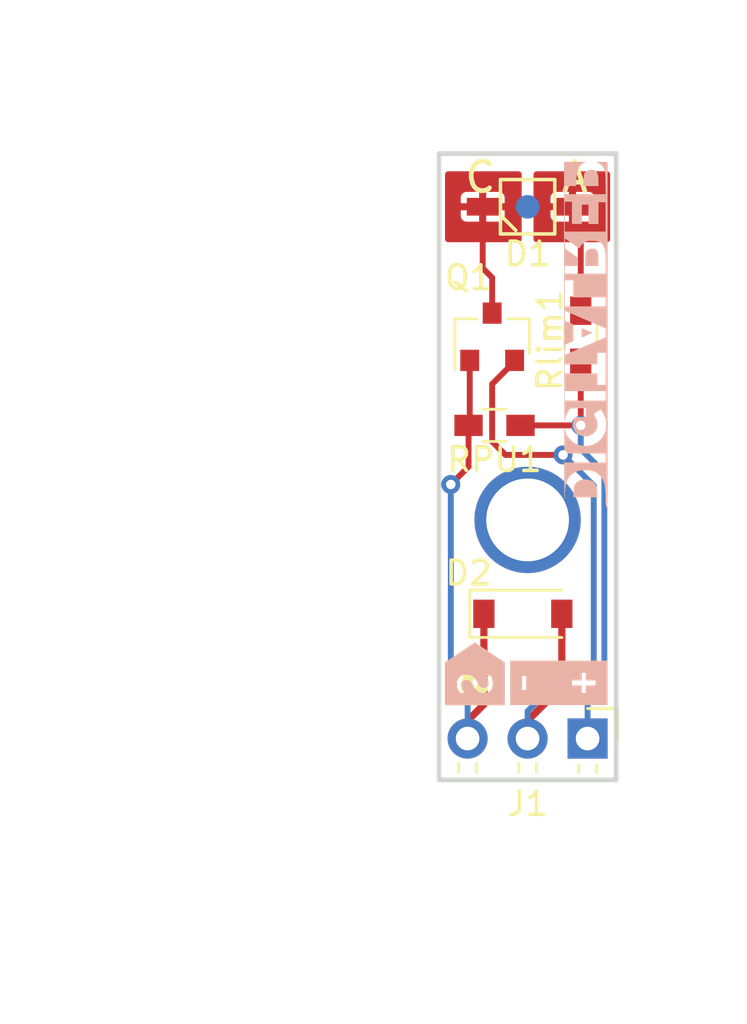
<source format=kicad_pcb>
(kicad_pcb (version 20221018) (generator pcbnew)
  (layers (0 "F.Cu" signal) (31 "B.Cu" signal) (34 "B.Paste" user) (35 "F.Paste" user) (36 "B.SilkS" user "B.Silkscreen") (37 "F.SilkS" user "F.Silkscreen") (38 "B.Mask" user) (39 "F.Mask" user) (44 "Edge.Cuts" user))
  (net 0 "")
  (net 1 "Net-(D1-Pad1)")
  (net 2 "Net-(D1-Pad2)")
  (net 3 "/SND")
  (net 4 "/GND")
  (net 5 "/VCC")
  (footprint "Resistors_SMD:R_0603_HandSoldering" (layer "F.Cu") (at 148.5 97.75 90)
    (fp_text reference "Rlim1" (at -0.15 -1.307 270) (layer "F.SilkS"))
    (fp_text value "91R")
    (fp_line (start -0.5 -0.68) (end 0.5 -0.68) (stroke (width 0.12)) (layer "F.SilkS"))
    (fp_line (start 0.5 0.68) (end -0.5 0.68) (stroke (width 0.12)) (layer "F.SilkS"))
    (pad "1" smd rect (at -1.1 0 90) (size 1.2 0.9) (layers "F.Cu" "F.Paste" "F.Mask") (net 5 "/VCC"))
    (pad "2" smd rect (at 1.1 0 90) (size 1.2 0.9) (layers "F.Cu" "F.Paste" "F.Mask") (net 2 "Net-(D1-Pad2)"))
  )
  (footprint "Vishay:VSMG28011G" (layer "F.Cu") (at 146.25 92.25)
    (fp_text reference "D1" (at 0 2) (layer "F.SilkS"))
    (fp_text value "VSMB2020X01" hide)
    (fp_line (start -1.15 -1.15) (end -1.15 1.15) (stroke (width 0.15)) (layer "F.SilkS"))
    (fp_line (start -1.15 1.15) (end 1.15 1.15) (stroke (width 0.15)) (layer "F.SilkS"))
    (fp_line (start -1 0.5) (end -0.5 1) (stroke (width 0.15)) (layer "F.SilkS"))
    (fp_line (start 1.15 -1.15) (end -1.15 -1.15) (stroke (width 0.15)) (layer "F.SilkS"))
    (fp_line (start 1.15 1.15) (end 1.15 -1.15) (stroke (width 0.15)) (layer "F.SilkS"))
    (pad "1" smd rect (at -1.9 0) (size 1.35 0.75) (layers "F.Cu" "F.Paste" "F.Mask") (net 1 "Net-(D1-Pad1)"))
    (pad "2" smd rect (at 1.9 0) (size 1.35 0.75) (layers "F.Cu" "F.Paste" "F.Mask") (net 2 "Net-(D1-Pad2)"))
  )
  (footprint "Pin_Headers:Pin_Header_Angled_1x03_Pitch2.54mm" (layer "F.Cu") (at 148.79 114.751 -90)
    (fp_text reference "J1" (at 2.75 2.54) (layer "F.SilkS"))
    (fp_text value "Conn_01x03_Female")
    (fp_line (start -1.27 -1.27) (end 0 -1.27) (stroke (width 0.12)) (layer "F.SilkS"))
    (fp_line (start -1.27 0) (end -1.27 -1.27) (stroke (width 0.12)) (layer "F.SilkS"))
    (fp_line (start 1.042929 2.16) (end 1.44 2.16) (stroke (width 0.12)) (layer "F.SilkS"))
    (fp_line (start 1.042929 2.92) (end 1.44 2.92) (stroke (width 0.12)) (layer "F.SilkS"))
    (fp_line (start 1.042929 4.7) (end 1.44 4.7) (stroke (width 0.12)) (layer "F.SilkS"))
    (fp_line (start 1.042929 5.46) (end 1.44 5.46) (stroke (width 0.12)) (layer "F.SilkS"))
    (fp_line (start 1.11 -0.38) (end 1.44 -0.38) (stroke (width 0.12)) (layer "F.SilkS"))
    (fp_line (start 1.11 0.38) (end 1.44 0.38) (stroke (width 0.12)) (layer "F.SilkS"))
    (pad "1" thru_hole rect (at 0 0 270) (size 1.7 1.7) (drill 1) (layers "*.Cu" "*.Mask") (net 5 "/VCC"))
    (pad "2" thru_hole oval (at 0 2.54 270) (size 1.7 1.7) (drill 1) (layers "*.Cu" "*.Mask") (net 4 "/GND"))
    (pad "3" thru_hole oval (at 0 5.08 270) (size 1.7 1.7) (drill 1) (layers "*.Cu" "*.Mask") (net 3 "/SND"))
  )
  (footprint "Resistors_SMD:R_0603_HandSoldering" (layer "F.Cu") (at 144.85 101.5 180)
    (fp_text reference "RPU1" (at 0 -1.45 180) (layer "F.SilkS"))
    (fp_text value "10K")
    (fp_line (start -0.5 -0.68) (end 0.5 -0.68) (stroke (width 0.12)) (layer "F.SilkS"))
    (fp_line (start 0.5 0.68) (end -0.5 0.68) (stroke (width 0.12)) (layer "F.SilkS"))
    (pad "1" smd rect (at -1.1 0 180) (size 1.2 0.9) (layers "F.Cu" "F.Paste" "F.Mask") (net 5 "/VCC"))
    (pad "2" smd rect (at 1.1 0 180) (size 1.2 0.9) (layers "F.Cu" "F.Paste" "F.Mask") (net 3 "/SND"))
  )
  (footprint "TO_SOT_Packages_SMD:SOT-23" (layer "F.Cu") (at 144.75 97.75 90)
    (fp_text reference "Q1" (at 2.5 -1 180) (layer "F.SilkS"))
    (fp_text value "SQ2318")
    (fp_line (start 0.76 -1.58) (end -1.4 -1.58) (stroke (width 0.12)) (layer "F.SilkS"))
    (fp_line (start 0.76 -1.58) (end 0.76 -0.65) (stroke (width 0.12)) (layer "F.SilkS"))
    (fp_line (start 0.76 1.58) (end -0.7 1.58) (stroke (width 0.12)) (layer "F.SilkS"))
    (fp_line (start 0.76 1.58) (end 0.76 0.65) (stroke (width 0.12)) (layer "F.SilkS"))
    (pad "1" smd rect (at -1 -0.95 90) (size 0.9 0.8) (layers "F.Cu" "F.Paste" "F.Mask") (net 3 "/SND"))
    (pad "2" smd rect (at -1 0.95 90) (size 0.9 0.8) (layers "F.Cu" "F.Paste" "F.Mask") (net 4 "/GND"))
    (pad "3" smd rect (at 1 0 90) (size 0.9 0.8) (layers "F.Cu" "F.Paste" "F.Mask") (net 1 "Net-(D1-Pad1)"))
  )
  (footprint "kibuzzard-6377ADF0" (layer "F.Cu") (at 147.574 112.395 90)
    (fp_text reference "kibuzzard-6377ADF0" hide)
    (fp_text value "G***" hide)
    (fp_poly (pts (xy -0.427061 -2.062767) (xy -0.29497 -1.382799) (xy -0.29497 -1.550137) (xy 0.309867 -1.550137) (xy 0.309867 -1.382799) (xy -0.29497 -1.382799) (xy -0.427061 -2.062767) (xy -0.939691 -2.062767) (xy 0.107262 0.556972) (xy 0.107262 0.968142) (xy 0.427061 0.968142) (xy 0.427061 1.133008) (xy 0.107262 1.133008) (xy 0.107262 1.550137) (xy -0.105275 1.550137) (xy -0.105275 1.133008) (xy -0.427061 1.133008) (xy -0.427061 0.968142) (xy -0.105275 0.968142) (xy -0.105275 0.556972) (xy 0.107262 0.556972) (xy -0.939691 -2.062767) (xy -0.939691 2.062767) (xy -0.427061 2.062767) (xy 0.427061 2.062767) (xy 0.939691 2.062767) (xy 0.939691 -2.062767) (xy 0.427061 -2.062767) (xy -0.427061 -2.062767)) (fill solid) (layer "F.SilkS"))
  )
  (footprint "kibuzzard-6377ADC5" (layer "F.Cu") (at 144.018 112.014 90)
    (fp_text reference "kibuzzard-6377ADC5" hide)
    (fp_text value "G***" hide)
    (fp_poly (pts (xy -0.816037 -1.268677) (xy -0.408779 -0.756047) (xy -0.291396 -0.749326) (xy -0.178493 -0.729165) (xy -0.07007 -0.695563) (xy -0.07007 -0.493951) (xy -0.225816 -0.558971) (xy -0.38257 -0.580644) (xy -0.470775 -0.567539) (xy -0.537811 -0.528225) (xy -0.58015 -0.465725) (xy -0.594263 -0.383064) (xy -0.576342 -0.280689) (xy -0.522579 -0.199372) (xy -0.432973 -0.139113) (xy -0.295652 -0.069892) (xy -0.190142 0.000672) (xy -0.116441 0.072581) (xy -0.051421 0.197076) (xy -0.029748 0.352822) (xy -0.047087 0.497983) (xy -0.099103 0.610886) (xy -0.185796 0.691531) (xy -0.307167 0.739918) (xy -0.463215 0.756047) (xy -0.588215 0.745294) (xy -0.702462 0.713036) (xy -0.805956 0.659273) (xy -0.805956 0.449596) (xy -0.69955 0.5224) (xy -0.587319 0.566083) (xy -0.469263 0.580644) (xy -0.379546 0.566783) (xy -0.312005 0.525201) (xy -0.269667 0.456904) (xy -0.255554 0.362903) (xy -0.266391 0.273185) (xy -0.298901 0.201613) (xy -0.356612 0.142641) (xy -0.443054 0.090726) (xy -0.566597 0.02621) (xy -0.663035 -0.040995) (xy -0.732368 -0.110887) (xy -0.795119 -0.229838) (xy -0.816037 -0.372983) (xy -0.789575 -0.534273) (xy -0.71019 -0.655241) (xy -0.629657 -0.711244) (xy -0.529187 -0.744846) (xy -0.408779 -0.756047) (xy -0.816037 -1.268677) (xy -1.328667 -1.268677) (xy -1.328667 1.268677) (xy -0.816037 1.268677) (xy -0.029748 1.268677) (xy 0.482882 1.268677) (xy 1.328667 0) (xy 0.482882 -1.268677) (xy -0.029748 -1.268677) (xy -0.816037 -1.268677)) (fill solid) (layer "F.SilkS"))
  )
  (footprint "Diode_SMD:D_SOD-123" (layer "F.Cu") (at 146.05 109.474)
    (fp_text reference "D2" (at -2.3 -1.724) (layer "F.SilkS"))
    (fp_text value "BAT43W-V")
    (fp_line (start -2.25 -1) (end -2.25 1) (stroke (width 0.12)) (layer "F.SilkS"))
    (fp_line (start -2.25 -1) (end 1.65 -1) (stroke (width 0.12)) (layer "F.SilkS"))
    (fp_line (start -2.25 1) (end 1.65 1) (stroke (width 0.12)) (layer "F.SilkS"))
    (pad "1" smd rect (at -1.65 0) (size 0.9 1.2) (layers "F.Cu" "F.Paste" "F.Mask") (net 3 "/SND"))
    (pad "2" smd rect (at 1.65 0) (size 0.9 1.2) (layers "F.Cu" "F.Paste" "F.Mask") (net 4 "/GND"))
  )
  (footprint "mymodules:tinyrep" (layer "B.Cu") (at 148.717 97.663 90)
    (fp_text reference "G***" hide)
    (fp_text value "LOGO" hide)
    (fp_poly (pts (xy 0.092406 0.237281) (xy 0.115643 0.192716) (xy 0.145012 0.128697) (xy 0.156236 0.102577) (xy 0.189828 0.023085) (xy 0.220978 -0.050577) (xy 0.243911 -0.104752) (xy 0.247131 -0.112346) (xy 0.274063 -0.175846) (xy -0.117756 -0.175846) (xy -0.090903 -0.112346) (xy -0.032151 0.025257) (xy 0.013295 0.12859) (xy 0.046414 0.199756) (xy 0.068184 0.240858) (xy 0.079548 0.254) (xy 0.092406 0.237281)) (stroke (width 0.01)) (fill solid) (layer "B.SilkS"))
    (fp_poly (pts (xy -6.696765 0.48248) (xy -6.542823 0.465934) (xy -6.421236 0.437024) (xy -6.326473 0.392954) (xy -6.253001 0.330928) (xy -6.19529 0.24815) (xy -6.181873 0.222251) (xy -6.136563 0.086878) (xy -6.125825 -0.056649) (xy -6.149658 -0.198272) (xy -6.181873 -0.280867) (xy -6.240097 -0.374859) (xy -6.313282 -0.444024) (xy -6.406599 -0.49085) (xy -6.525216 -0.517824) (xy -6.674303 -0.527434) (xy -6.69438 -0.527539) (xy -6.877539 -0.527539) (xy -6.877539 0.494355) (xy -6.696765 0.48248)) (stroke (width 0.01)) (fill solid) (layer "B.SilkS"))
    (fp_poly (pts (xy 3.310736 0.52544) (xy 3.413018 0.518124) (xy 3.488551 0.504059) (xy 3.543411 0.481715) (xy 3.583674 0.449559) (xy 3.607538 0.41871) (xy 3.632056 0.354395) (xy 3.641097 0.271364) (xy 3.634674 0.186776) (xy 3.612802 0.117788) (xy 3.607286 0.108444) (xy 3.575107 0.065259) (xy 3.539211 0.033776) (xy 3.492845 0.011969) (xy 3.429255 -0.002186) (xy 3.341689 -0.010713) (xy 3.223395 -0.015637) (xy 3.190567 -0.016486) (xy 2.91123 -0.023203) (xy 2.91123 0.527538) (xy 3.175627 0.527538) (xy 3.310736 0.52544)) (stroke (width 0.01)) (fill solid) (layer "B.SilkS"))
    (fp_poly (pts (xy 6.632405 0.524227) (xy 6.734061 0.513047) (xy 6.811146 0.492125) (xy 6.870681 0.459591) (xy 6.917553 0.416023) (xy 6.952002 0.370692) (xy 6.969318 0.325586) (xy 6.974983 0.263828) (xy 6.97523 0.238361) (xy 6.96056 0.118442) (xy 6.91667 0.024107) (xy 6.843742 -0.044268) (xy 6.836251 -0.048846) (xy 6.799712 -0.066425) (xy 6.754501 -0.078682) (xy 6.69228 -0.086872) (xy 6.604714 -0.092249) (xy 6.53073 -0.094817) (xy 6.291384 -0.101711) (xy 6.291384 0.527538) (xy 6.499156 0.527538) (xy 6.632405 0.524227)) (stroke (width 0.01)) (fill solid) (layer "B.SilkS"))
    (fp_poly (pts (xy 7.307193 0.678961) (xy 7.307003 0.439615) (xy 7.261139 0.538106) (xy 7.203753 0.633218) (xy 7.12687 0.706917) (xy 7.02219 0.766478) (xy 6.98042 0.784156) (xy 6.941838 0.798479) (xy 6.903432 0.809536) (xy 6.859323 0.817856) (xy 6.803631 0.823968) (xy 6.730477 0.828402) (xy 6.63398 0.831687) (xy 6.508263 0.834351) (xy 6.40373 0.836069) (xy 5.939692 0.843253) (xy 5.939692 -0.898769) (xy 6.291384 -0.898769) (xy 6.291384 -0.410308) (xy 6.481884 -0.41016) (xy 6.691318 -0.40133) (xy 6.867463 -0.374682) (xy 7.012188 -0.329453) (xy 7.127363 -0.264877) (xy 7.214858 -0.180193) (xy 7.270675 -0.087923) (xy 7.306526 -0.009769) (xy 7.306955 -0.464039) (xy 7.307384 -0.918308) (xy 1.782884 -0.915925) (xy 1.322294 -0.915671) (xy 0.872629 -0.915313) (xy 0.435404 -0.914857) (xy 0.012135 -0.914307) (xy -0.395665 -0.91367) (xy -0.786478 -0.912949) (xy -1.158791 -0.91215) (xy -1.511089 -0.911279) (xy -1.841855 -0.91034) (xy -2.149574 -0.909338) (xy -2.432733 -0.908279) (xy -2.689814 -0.907168) (xy -2.919304 -0.90601) (xy -3.119687 -0.904809) (xy -3.289448 -0.903572) (xy -3.427071 -0.902303) (xy -3.531042 -0.901008) (xy -3.580619 -0.900059) (xy -0.860756 -0.900059) (xy -0.644011 -0.89453) (xy -0.427266 -0.889) (xy -0.347362 -0.70784) (xy -0.267458 -0.526681) (xy 0.082766 -0.531994) (xy 0.432989 -0.537308) (xy 0.582969 -0.889) (xy 0.801331 -0.894542) (xy 0.890752 -0.895361) (xy 0.960121 -0.893137) (xy 1.002726 -0.888255) (xy 1.012962 -0.88248) (xy 1.004068 -0.861512) (xy 0.981195 -0.808261) (xy 0.945887 -0.726304) (xy 0.899688 -0.61922) (xy 0.844143 -0.490587) (xy 0.780796 -0.343982) (xy 0.711192 -0.182983) (xy 0.637391 -0.012362) (xy 0.268551 0.840154) (xy 1.191846 0.840154) (xy 1.191846 -0.898769) (xy 2.305538 -0.898769) (xy 2.305538 -0.527539) (xy 1.582615 -0.527539) (xy 1.582615 0.840154) (xy 2.579077 0.840154) (xy 2.579077 -0.898769) (xy 2.91123 -0.898769) (xy 2.91123 -0.332154) (xy 3.253154 -0.333996) (xy 3.64547 -0.889) (xy 3.854735 -0.894546) (xy 3.957553 -0.89571) (xy 4.024432 -0.892592) (xy 4.058297 -0.884957) (xy 4.064 -0.877739) (xy 4.053073 -0.85515) (xy 4.022825 -0.806773) (xy 3.977053 -0.738324) (xy 3.919556 -0.65552) (xy 3.872069 -0.588886) (xy 3.794684 -0.481546) (xy 3.737573 -0.401762) (xy 3.698473 -0.345168) (xy 3.675121 -0.307396) (xy 3.665253 -0.28408) (xy 3.666608 -0.270853) (xy 3.676923 -0.263347) (xy 3.693933 -0.257196) (xy 3.699192 -0.255272) (xy 3.766297 -0.216549) (xy 3.837807 -0.154534) (xy 3.901243 -0.081176) (xy 3.933266 -0.031158) (xy 3.952859 0.010944) (xy 3.965495 0.055828) (xy 3.972607 0.113381) (xy 3.975628 0.193495) (xy 3.976077 0.264291) (xy 3.970855 0.403812) (xy 3.953214 0.512376) (xy 3.920187 0.596944) (xy 3.868809 0.664475) (xy 3.796112 0.721928) (xy 3.775598 0.73473) (xy 3.717327 0.766338) (xy 3.656141 0.791138) (xy 3.586503 0.809898) (xy 3.502877 0.823385) (xy 3.399726 0.832367) (xy 3.271514 0.837612) (xy 3.112703 0.839888) (xy 3.015433 0.840154) (xy 4.357077 0.840154) (xy 4.357077 -0.898769) (xy 5.627077 -0.898769) (xy 5.627077 -0.586154) (xy 4.68923 -0.586154) (xy 4.68923 -0.175846) (xy 5.509846 -0.175846) (xy 5.509846 0.117231) (xy 4.68923 0.117231) (xy 4.68923 0.527538) (xy 5.607538 0.527538) (xy 5.607538 0.840154) (xy 4.357077 0.840154) (xy 3.015433 0.840154) (xy 2.579077 0.840154) (xy 1.582615 0.840154) (xy 1.191846 0.840154) (xy 0.268551 0.840154) (xy -0.112077 0.840154) (xy -0.459608 0.034192) (xy -0.532473 -0.134831) (xy -0.601342 -0.29467) (xy -0.664508 -0.441353) (xy -0.72026 -0.570905) (xy -0.766888 -0.679353) (xy -0.802685 -0.762723) (xy -0.825939 -0.817043) (xy -0.833948 -0.835914) (xy -0.860756 -0.900059) (xy -3.580619 -0.900059) (xy -3.599845 -0.899691) (xy -3.631965 -0.898358) (xy -3.633189 -0.897579) (xy -3.461397 -0.855912) (xy -3.303307 -0.78555) (xy -3.214077 -0.727155) (xy -3.116385 -0.652954) (xy -3.105671 0) (xy -3.497385 0) (xy -3.497385 -0.470917) (xy -3.570654 -0.501884) (xy -3.629872 -0.51985) (xy -3.708986 -0.534961) (xy -3.775215 -0.542547) (xy -3.854107 -0.545798) (xy -3.913167 -0.53927) (xy -3.971109 -0.519595) (xy -4.014163 -0.499572) (xy -4.131058 -0.422851) (xy -4.217258 -0.322655) (xy -4.269715 -0.206492) (xy -4.296898 -0.05856) (xy -4.290024 0.077847) (xy -4.253151 0.199818) (xy -4.190338 0.304441) (xy -4.105643 0.388805) (xy -4.003125 0.449999) (xy -3.886843 0.485111) (xy -3.760855 0.49123) (xy -3.629219 0.465445) (xy -3.495994 0.404845) (xy -3.454571 0.378234) (xy -3.407347 0.350534) (xy -3.37219 0.33865) (xy -3.363997 0.339833) (xy -3.345091 0.360348) (xy -3.310866 0.405009) (xy -3.267657 0.465434) (xy -3.252397 0.487564) (xy -3.159248 0.623892) (xy -3.206201 0.663666) (xy -3.246657 0.691871) (xy -3.309583 0.729188) (xy -3.382117 0.768034) (xy -3.389923 0.771971) (xy -3.558661 0.836787) (xy -3.577893 0.840154) (xy -2.794 0.840154) (xy -2.794 -0.898769) (xy -2.383693 -0.898769) (xy -2.383693 0.840154) (xy -2.129693 0.840154) (xy -2.129693 0.488461) (xy -1.641231 0.488461) (xy -1.641231 -0.898769) (xy -1.250462 -0.898769) (xy -1.250462 0.488461) (xy -0.762 0.488461) (xy -0.762 0.840154) (xy -2.129693 0.840154) (xy -2.383693 0.840154) (xy -2.794 0.840154) (xy -3.577893 0.840154) (xy -3.731444 0.867036) (xy -3.90362 0.864691) (xy -4.070534 0.831725) (xy -4.227534 0.770113) (xy -4.369967 0.681828) (xy -4.493179 0.568844) (xy -4.592517 0.433133) (xy -4.663329 0.27667) (xy -4.678446 0.225472) (xy -4.708917 0.037741) (xy -4.703145 -0.146237) (xy -4.662239 -0.321739) (xy -4.587308 -0.48404) (xy -4.479463 -0.628416) (xy -4.47738 -0.630657) (xy -4.347635 -0.748418) (xy -4.207714 -0.831472) (xy -4.049529 -0.884137) (xy -3.976077 -0.898173) (xy -3.980447 -0.900423) (xy -4.021306 -0.902556) (xy -4.096067 -0.904546) (xy -4.202144 -0.906372) (xy -4.336949 -0.90801) (xy -4.497894 -0.909436) (xy -4.682393 -0.910629) (xy -4.887859 -0.911564) (xy -5.111704 -0.912218) (xy -5.351341 -0.912569) (xy -5.588 -0.912602) (xy -5.891153 -0.912319) (xy -6.15655 -0.911786) (xy -6.384053 -0.911003) (xy -6.573521 -0.909972) (xy -6.724817 -0.908696) (xy -6.837801 -0.907175) (xy -6.912335 -0.905412) (xy -6.94828 -0.903408) (xy -6.945496 -0.901164) (xy -6.903846 -0.898683) (xy -6.86777 -0.897333) (xy -6.675603 -0.889079) (xy -6.516978 -0.877491) (xy -6.386403 -0.861093) (xy -6.278384 -0.838409) (xy -6.187432 -0.807962) (xy -6.108053 -0.768276) (xy -6.034757 -0.717875) (xy -5.962051 -0.655282) (xy -5.95989 -0.653264) (xy -5.857793 -0.534054) (xy -5.785514 -0.394318) (xy -5.742327 -0.231882) (xy -5.727505 -0.044571) (xy -5.729306 0.036758) (xy -5.745294 0.195389) (xy -5.77897 0.326865) (xy -5.833738 0.440403) (xy -5.912999 0.545219) (xy -5.919788 0.552725) (xy -5.993653 0.626812) (xy -6.069353 0.686638) (xy -6.152174 0.733785) (xy -6.247401 0.769832) (xy -6.360318 0.796361) (xy -6.496211 0.814952) (xy -6.660365 0.827185) (xy -6.858066 0.834641) (xy -6.862885 0.834764) (xy -7.00234 0.838505) (xy -7.051517 0.840154) (xy -5.412154 0.840154) (xy -5.412154 -0.898769) (xy -5.021385 -0.898769) (xy -5.021385 0.840154) (xy -5.412154 0.840154) (xy -7.051517 0.840154) (xy -7.107524 0.842032) (xy -7.183233 0.845879) (xy -7.234268 0.850578) (xy -7.265426 0.856662) (xy -7.281504 0.864663) (xy -7.287301 0.875114) (xy -7.287846 0.881942) (xy -7.287102 0.885106) (xy -7.284093 0.888081) (xy -7.277651 0.890873) (xy -7.266612 0.893488) (xy -7.24981 0.895931) (xy -7.226078 0.898208) (xy -7.19425 0.900326) (xy -7.15316 0.90229) (xy -7.101643 0.904105) (xy -7.038531 0.905778) (xy -6.96266 0.907314) (xy -6.872864 0.90872) (xy -6.767975 0.91) (xy -6.646828 0.911161) (xy -6.508258 0.912209) (xy -6.351097 0.913149) (xy -6.174181 0.913988) (xy -5.976343 0.914731) (xy -5.756417 0.915383) (xy -5.513236 0.915951) (xy -5.245636 0.916441) (xy -4.952449 0.916858) (xy -4.632511 0.917208) (xy -4.284654 0.917497) (xy -3.907714 0.91773) (xy -3.500523 0.917915) (xy -3.061915 0.918055) (xy -2.590726 0.918158) (xy -2.085788 0.918229) (xy -1.545937 0.918273) (xy -0.970004 0.918297) (xy -0.356826 0.918306) (xy 0.009769 0.918307) (xy 7.307384 0.918307) (xy 7.307193 0.678961)) (stroke (width 0.01)) (fill solid) (layer "B.SilkS"))
  )
  (footprint "Fiducial:Fiducial_1mm_Mask2mm" (layer "B.Cu") (at 146.2532 92.2528 180)
    (fp_text reference "REF**" hide)
    (fp_text value "Fiducial_1mm_Mask2mm")
    (pad "" smd circle (at 0 0 180) (size 1 1) (layers "B.Cu" "B.Mask") (clearance 0.5))
  )
  (footprint "kibuzzard-6377B096" (layer "B.Cu") (at 147.574 112.395 -90)
    (fp_text reference "kibuzzard-6377B096" hide)
    (fp_text value "G***" hide)
    (fp_poly (pts (xy -0.427061 2.062767) (xy -0.29497 1.382799) (xy -0.29497 1.550137) (xy 0.309867 1.550137) (xy 0.309867 1.382799) (xy -0.29497 1.382799) (xy -0.427061 2.062767) (xy -0.939691 2.062767) (xy 0.107262 -0.556972) (xy 0.107262 -0.968142) (xy 0.427061 -0.968142) (xy 0.427061 -1.133008) (xy 0.107262 -1.133008) (xy 0.107262 -1.550137) (xy -0.105275 -1.550137) (xy -0.105275 -1.133008) (xy -0.427061 -1.133008) (xy -0.427061 -0.968142) (xy -0.105275 -0.968142) (xy -0.105275 -0.556972) (xy 0.107262 -0.556972) (xy -0.939691 2.062767) (xy -0.939691 -2.062767) (xy -0.427061 -2.062767) (xy 0.427061 -2.062767) (xy 0.939691 -2.062767) (xy 0.939691 2.062767) (xy 0.427061 2.062767) (xy -0.427061 2.062767)) (fill solid) (layer "B.SilkS"))
  )
  (footprint "kibuzzard-6377B0BC" (layer "B.Cu") (at 144.018 112.014 90)
    (fp_text reference "kibuzzard-6377B0BC" hide)
    (fp_text value "G***" hide)
    (fp_poly (pts (xy -0.816037 1.268677) (xy -0.408779 0.756047) (xy -0.291396 0.749326) (xy -0.178493 0.729165) (xy -0.07007 0.695563) (xy -0.07007 0.493951) (xy -0.225816 0.558971) (xy -0.38257 0.580644) (xy -0.470775 0.567539) (xy -0.537811 0.528225) (xy -0.58015 0.465725) (xy -0.594263 0.383064) (xy -0.576342 0.280689) (xy -0.522579 0.199372) (xy -0.432973 0.139113) (xy -0.295652 0.069892) (xy -0.190142 -0.000672) (xy -0.116441 -0.072581) (xy -0.051421 -0.197076) (xy -0.029748 -0.352822) (xy -0.047087 -0.497983) (xy -0.099103 -0.610886) (xy -0.185796 -0.691531) (xy -0.307167 -0.739918) (xy -0.463215 -0.756047) (xy -0.588215 -0.745294) (xy -0.702462 -0.713036) (xy -0.805956 -0.659273) (xy -0.805956 -0.449596) (xy -0.69955 -0.5224) (xy -0.587319 -0.566083) (xy -0.469263 -0.580644) (xy -0.379546 -0.566783) (xy -0.312005 -0.525201) (xy -0.269667 -0.456904) (xy -0.255554 -0.362903) (xy -0.266391 -0.273185) (xy -0.298901 -0.201613) (xy -0.356612 -0.142641) (xy -0.443054 -0.090726) (xy -0.566597 -0.02621) (xy -0.663035 0.040995) (xy -0.732368 0.110887) (xy -0.795119 0.229838) (xy -0.816037 0.372983) (xy -0.789575 0.534273) (xy -0.71019 0.655241) (xy -0.629657 0.711244) (xy -0.529187 0.744846) (xy -0.408779 0.756047) (xy -0.816037 1.268677) (xy -1.328667 1.268677) (xy -1.328667 -1.268677) (xy -0.816037 -1.268677) (xy -0.029748 -1.268677) (xy 0.482882 -1.268677) (xy 1.328667 0) (xy 0.482882 1.268677) (xy -0.029748 1.268677) (xy -0.816037 1.268677)) (fill solid) (layer "B.SilkS"))
  )
  (gr_line (start 150 90) (end 150 116.5) (stroke (width 0.2)) (layer "Edge.Cuts"))
  (gr_line (start 150 116.5) (end 142.5 116.5) (stroke (width 0.2)) (layer "Edge.Cuts"))
  (gr_line (start 142.5 90) (end 150 90) (stroke (width 0.2)) (layer "Edge.Cuts"))
  (gr_line (start 142.5 116.5) (end 142.5 90) (stroke (width 0.2)) (layer "Edge.Cuts"))
  (gr_text "C" (at 144.25 91) (layer "F.SilkS") (effects (font (size 1.25 1.25) (thickness 0.2))))
  (gr_text "A" (at 148.25 91) (layer "F.SilkS") (effects (font (size 1.25 1.25) (thickness 0.2))))
  (via (at 146.25 105.5) (size 4.5) (drill 3.5) (layers "F.Cu" "B.Cu") (net 0))
  (segment (start 144.75 95.25) (end 144.35 94.85) (width 0.25) (layer "F.Cu") (net 1))
  (segment (start 144.75 96.75) (end 144.75 95.25) (width 0.25) (layer "F.Cu") (net 1))
  (segment (start 144.35 94.85) (end 144.35 92.25) (width 0.25) (layer "F.Cu") (net 1))
  (segment (start 148.5 93.5) (end 148.15 93.15) (width 0.25) (layer "F.Cu") (net 2))
  (segment (start 148.15 93.15) (end 148.15 92.25) (width 0.25) (layer "F.Cu") (net 2))
  (segment (start 148.5 96.65) (end 148.5 93.5) (width 0.25) (layer "F.Cu") (net 2))
  (segment (start 143.8 98.75) (end 143.8 101.7) (width 0.25) (layer "F.Cu") (net 3))
  (segment (start 143.75 103.25) (end 143.75 101.75) (width 0.25) (layer "F.Cu") (net 3))
  (segment (start 143 104) (end 143.75 103.25) (width 0.25) (layer "F.Cu") (net 3))
  (segment (start 144.4 113.3076) (end 143.71 113.9976) (width 0.3048) (layer "F.Cu") (net 3))
  (segment (start 143.8 101.7) (end 143.75 101.75) (width 0.25) (layer "F.Cu") (net 3))
  (segment (start 144.4 109.474) (end 144.4 113.3076) (width 0.3048) (layer "F.Cu") (net 3))
  (via (at 143 104) (size 0.8) (drill 0.4) (layers "F.Cu" "B.Cu") (net 3))
  (segment (start 143 104) (end 143 112.52) (width 0.25) (layer "B.Cu") (net 3))
  (segment (start 143 112.52) (end 143.71 113.23) (width 0.25) (layer "B.Cu") (net 3))
  (segment (start 143.71 113.23) (end 143.71 114.025) (width 0.25) (layer "B.Cu") (net 3))
  (segment (start 147.7 112.5476) (end 146.25 113.9976) (width 0.3048) (layer "F.Cu") (net 4))
  (segment (start 145.7 98.8) (end 145.7 98.75) (width 0.25) (layer "F.Cu") (net 4))
  (segment (start 144.75 102.185002) (end 144.75 99.75) (width 0.25) (layer "F.Cu") (net 4))
  (segment (start 147.7 109.474) (end 147.7 112.5476) (width 0.3048) (layer "F.Cu") (net 4))
  (segment (start 147.75 102.75) (end 145.314998 102.75) (width 0.25) (layer "F.Cu") (net 4))
  (segment (start 145.314998 102.75) (end 144.75 102.185002) (width 0.25) (layer "F.Cu") (net 4))
  (segment (start 144.75 99.75) (end 145.7 98.8) (width 0.25) (layer "F.Cu") (net 4))
  (via (at 147.75 102.75) (size 0.8) (drill 0.4) (layers "F.Cu" "B.Cu") (net 4))
  (segment (start 146.25 113.592) (end 148.082 111.76) (width 0.25) (layer "B.Cu") (net 4))
  (segment (start 149.049989 104.049989) (end 147.75 102.75) (width 0.25) (layer "B.Cu") (net 4))
  (segment (start 149.049989 111.76) (end 149.049989 104.049989) (width 0.25) (layer "B.Cu") (net 4))
  (segment (start 146.25 114.025) (end 146.25 113.592) (width 0.25) (layer "B.Cu") (net 4))
  (segment (start 148.082 111.76) (end 149.049989 111.76) (width 0.25) (layer "B.Cu") (net 4))
  (segment (start 145.95 101.5) (end 148.5 101.5) (width 0.25) (layer "F.Cu") (net 5))
  (segment (start 148.5 101.5) (end 148.5 98.85) (width 0.25) (layer "F.Cu") (net 5))
  (via (at 148.5 101.5) (size 0.8) (drill 0.4) (layers "F.Cu" "B.Cu") (net 5))
  (segment (start 148.5 102.5) (end 149.5 103.5) (width 0.25) (layer "B.Cu") (net 5))
  (segment (start 148.79 113.084) (end 148.79 114.025) (width 0.25) (layer "B.Cu") (net 5))
  (segment (start 148.5 101.5) (end 148.5 102.5) (width 0.25) (layer "B.Cu") (net 5))
  (segment (start 149.5 112.374) (end 148.79 113.084) (width 0.25) (layer "B.Cu") (net 5))
  (segment (start 149.5 103.5) (end 149.5 112.374) (width 0.25) (layer "B.Cu") (net 5))
  (zone (net 1) (net_name "Net-(D1-Pad1)") (layer "F.Cu") (connect_pads (clearance 0.254)) (min_thickness 0.254) (fill yes (thermal_gap 0.254) (thermal_bridge_width 0.3))
    (polygon (pts (xy 146 90.75) (xy 146 93.75) (xy 142.5 93.75) (xy 142.5 90.75)))
  )
  (zone (net 2) (net_name "Net-(D1-Pad2)") (layer "F.Cu") (connect_pads (clearance 0.254)) (min_thickness 0.254) (fill yes (thermal_gap 0.254) (thermal_bridge_width 0.3))
    (polygon (pts (xy 146.5 90.75) (xy 150 90.75) (xy 150 93.75) (xy 146.5 93.75)))
  )
)
</source>
